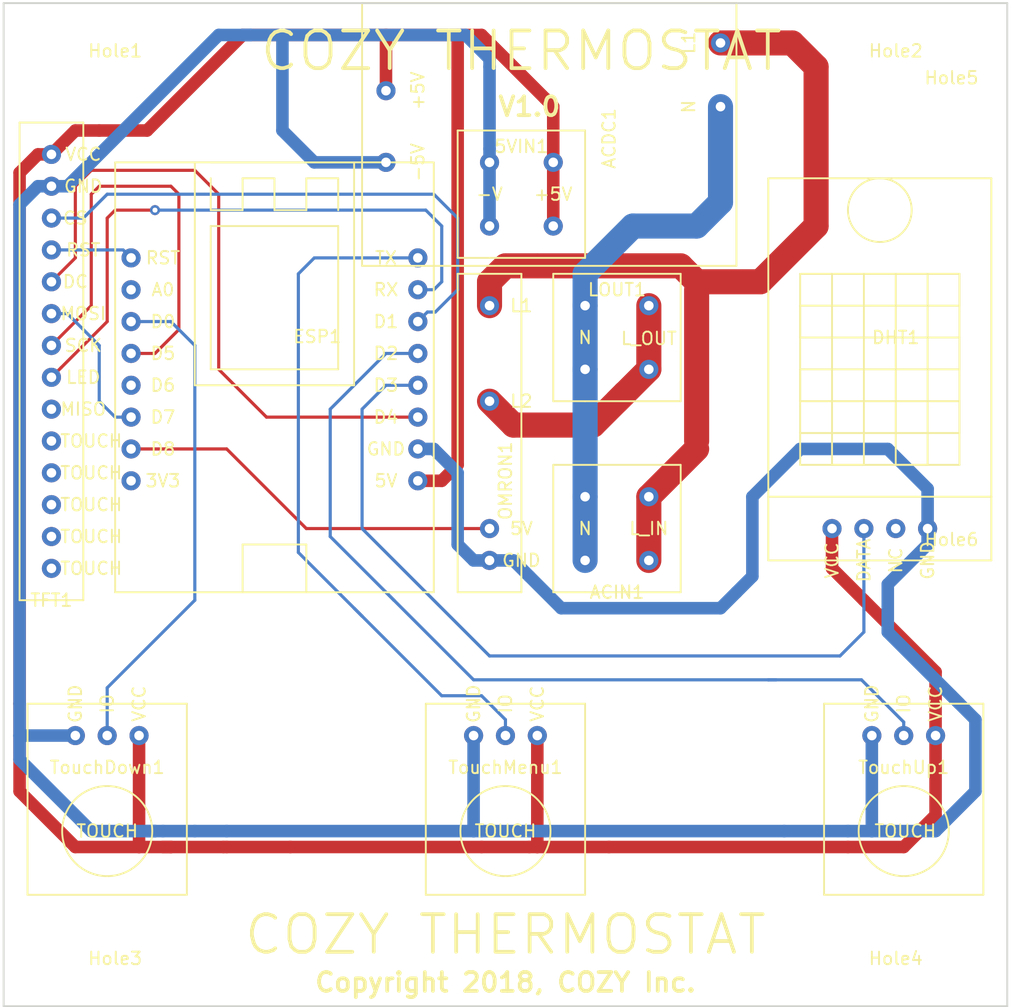
<source format=kicad_pcb>
(kicad_pcb (version 20171130) (host pcbnew "(5.0.1)-3")

  (general
    (thickness 1.6)
    (drawings 8)
    (tracks 214)
    (zones 0)
    (modules 17)
    (nets 27)
  )

  (page A4)
  (layers
    (0 F.Cu signal)
    (31 B.Cu signal)
    (32 B.Adhes user)
    (33 F.Adhes user)
    (34 B.Paste user)
    (35 F.Paste user)
    (36 B.SilkS user)
    (37 F.SilkS user)
    (38 B.Mask user)
    (39 F.Mask user)
    (40 Dwgs.User user)
    (41 Cmts.User user)
    (42 Eco1.User user)
    (43 Eco2.User user)
    (44 Edge.Cuts user)
    (45 Margin user)
    (46 B.CrtYd user)
    (47 F.CrtYd user)
    (48 B.Fab user)
    (49 F.Fab user)
  )

  (setup
    (last_trace_width 0.25)
    (trace_clearance 0.2)
    (zone_clearance 0.508)
    (zone_45_only no)
    (trace_min 0.2)
    (segment_width 0.2)
    (edge_width 0.15)
    (via_size 0.8)
    (via_drill 0.4)
    (via_min_size 0.4)
    (via_min_drill 0.3)
    (uvia_size 0.3)
    (uvia_drill 0.1)
    (uvias_allowed no)
    (uvia_min_size 0.2)
    (uvia_min_drill 0.1)
    (pcb_text_width 0.3)
    (pcb_text_size 1.5 1.5)
    (mod_edge_width 0.15)
    (mod_text_size 1 1)
    (mod_text_width 0.15)
    (pad_size 1.524 1.524)
    (pad_drill 0.762)
    (pad_to_mask_clearance 0.051)
    (solder_mask_min_width 0.25)
    (aux_axis_origin 0 0)
    (visible_elements 7FFFFFFF)
    (pcbplotparams
      (layerselection 0x010fc_ffffffff)
      (usegerberextensions false)
      (usegerberattributes false)
      (usegerberadvancedattributes false)
      (creategerberjobfile false)
      (excludeedgelayer true)
      (linewidth 0.100000)
      (plotframeref false)
      (viasonmask false)
      (mode 1)
      (useauxorigin false)
      (hpglpennumber 1)
      (hpglpenspeed 20)
      (hpglpendiameter 15.000000)
      (psnegative false)
      (psa4output false)
      (plotreference true)
      (plotvalue true)
      (plotinvisibletext false)
      (padsonsilk false)
      (subtractmaskfromsilk false)
      (outputformat 1)
      (mirror false)
      (drillshape 0)
      (scaleselection 1)
      (outputdirectory "ThermostatGerber/"))
  )

  (net 0 "")
  (net 1 "Net-(ESP1-Pad1)")
  (net 2 "Net-(ESP1-Pad2)")
  (net 3 "Net-(ESP1-Pad3)")
  (net 4 "Net-(ESP1-Pad4)")
  (net 5 "Net-(DHT1-Pad2)")
  (net 6 "Net-(ESP1-Pad6)")
  (net 7 "Net-(ESP1-Pad9)")
  (net 8 "Net-(ESP1-Pad10)")
  (net 9 "Net-(ESP1-Pad11)")
  (net 10 "Net-(ESP1-Pad12)")
  (net 11 "Net-(ESP1-Pad13)")
  (net 12 "Net-(ESP1-Pad14)")
  (net 13 "Net-(ESP1-Pad15)")
  (net 14 "Net-(ESP1-Pad16)")
  (net 15 "Net-(TFT1-Pad9)")
  (net 16 "Net-(TFT1-Pad10)")
  (net 17 "Net-(TFT1-Pad11)")
  (net 18 "Net-(TFT1-Pad12)")
  (net 19 "Net-(TFT1-Pad13)")
  (net 20 "Net-(TFT1-Pad14)")
  (net 21 "Net-(DHT1-Pad3)")
  (net 22 "Net-(5VIN1-Pad1)")
  (net 23 "Net-(5VIN1-Pad2)")
  (net 24 "Net-(LOUT1-Pad1)")
  (net 25 "Net-(ACDC1-Pad2)")
  (net 26 "Net-(ACDC1-Pad1)")

  (net_class Default "This is the default net class."
    (clearance 0.2)
    (trace_width 0.25)
    (via_dia 0.8)
    (via_drill 0.4)
    (uvia_dia 0.3)
    (uvia_drill 0.1)
    (add_net "Net-(5VIN1-Pad1)")
    (add_net "Net-(5VIN1-Pad2)")
    (add_net "Net-(ACDC1-Pad1)")
    (add_net "Net-(ACDC1-Pad2)")
    (add_net "Net-(DHT1-Pad2)")
    (add_net "Net-(DHT1-Pad3)")
    (add_net "Net-(ESP1-Pad1)")
    (add_net "Net-(ESP1-Pad10)")
    (add_net "Net-(ESP1-Pad11)")
    (add_net "Net-(ESP1-Pad12)")
    (add_net "Net-(ESP1-Pad13)")
    (add_net "Net-(ESP1-Pad14)")
    (add_net "Net-(ESP1-Pad15)")
    (add_net "Net-(ESP1-Pad16)")
    (add_net "Net-(ESP1-Pad2)")
    (add_net "Net-(ESP1-Pad3)")
    (add_net "Net-(ESP1-Pad4)")
    (add_net "Net-(ESP1-Pad6)")
    (add_net "Net-(ESP1-Pad9)")
    (add_net "Net-(LOUT1-Pad1)")
    (add_net "Net-(TFT1-Pad10)")
    (add_net "Net-(TFT1-Pad11)")
    (add_net "Net-(TFT1-Pad12)")
    (add_net "Net-(TFT1-Pad13)")
    (add_net "Net-(TFT1-Pad14)")
    (add_net "Net-(TFT1-Pad9)")
  )

  (module CUSTOMDEVICES:ACDC5VFOOT (layer F.Cu) (tedit 5BE80BD0) (tstamp 5BE8276D)
    (at 58.42 0 270)
    (path /5BE8364D)
    (fp_text reference ACDC1 (at 10.795 10.16 270) (layer F.SilkS)
      (effects (font (size 1 1) (thickness 0.15)))
    )
    (fp_text value ACDV5V (at 10.795 6.985 270) (layer F.Fab)
      (effects (font (size 1 1) (thickness 0.15)))
    )
    (fp_line (start 0 0) (end 20.955 0) (layer F.SilkS) (width 0.15))
    (fp_line (start 20.955 0) (end 20.955 29.845) (layer F.SilkS) (width 0.15))
    (fp_line (start 20.955 29.845) (end 0 29.845) (layer F.SilkS) (width 0.15))
    (fp_line (start 0 29.845) (end 0 0) (layer F.SilkS) (width 0.15))
    (fp_text user L1 (at 3.175 3.81 270) (layer F.SilkS)
      (effects (font (size 1 1) (thickness 0.15)))
    )
    (fp_text user N (at 8.255 3.81 270) (layer F.SilkS)
      (effects (font (size 1 1) (thickness 0.15)))
    )
    (fp_text user +5V (at 6.985 25.4 270) (layer F.SilkS)
      (effects (font (size 1 1) (thickness 0.15)))
    )
    (fp_text user -5V (at 12.7 25.4 270) (layer F.SilkS)
      (effects (font (size 1 1) (thickness 0.15)))
    )
    (pad 2 thru_hole circle (at 3.175 1.27 270) (size 1.524 1.524) (drill 0.762) (layers *.Cu *.Mask)
      (net 25 "Net-(ACDC1-Pad2)"))
    (pad 1 thru_hole circle (at 8.255 1.27 270) (size 1.524 1.524) (drill 0.762) (layers *.Cu *.Mask)
      (net 26 "Net-(ACDC1-Pad1)"))
    (pad 4 thru_hole circle (at 6.985 27.94 270) (size 1.524 1.524) (drill 0.762) (layers *.Cu *.Mask)
      (net 22 "Net-(5VIN1-Pad1)"))
    (pad 3 thru_hole circle (at 12.7 27.94 270) (size 1.524 1.524) (drill 0.762) (layers *.Cu *.Mask)
      (net 23 "Net-(5VIN1-Pad2)"))
  )

  (module MountingHole:MountingHole_3.2mm_M3 (layer F.Cu) (tedit 56D1B4CB) (tstamp 5BE81C72)
    (at 75.565 46.99)
    (descr "Mounting Hole 3.2mm, no annular, M3")
    (tags "mounting hole 3.2mm no annular m3")
    (path /5BE6F87E)
    (attr virtual)
    (fp_text reference Hole6 (at 0 -4.2) (layer F.SilkS)
      (effects (font (size 1 1) (thickness 0.15)))
    )
    (fp_text value MountingHole (at 0 4.2) (layer F.Fab)
      (effects (font (size 1 1) (thickness 0.15)))
    )
    (fp_circle (center 0 0) (end 3.45 0) (layer F.CrtYd) (width 0.05))
    (fp_circle (center 0 0) (end 3.2 0) (layer Cmts.User) (width 0.15))
    (fp_text user %R (at 0.3 0) (layer F.Fab)
      (effects (font (size 1 1) (thickness 0.15)))
    )
    (pad 1 np_thru_hole circle (at 0 0) (size 3.2 3.2) (drill 3.2) (layers *.Cu *.Mask))
  )

  (module MountingHole:MountingHole_3.2mm_M3 (layer F.Cu) (tedit 56D1B4CB) (tstamp 5BE81C6A)
    (at 75.565 10.16)
    (descr "Mounting Hole 3.2mm, no annular, M3")
    (tags "mounting hole 3.2mm no annular m3")
    (path /5BE6F82C)
    (attr virtual)
    (fp_text reference Hole5 (at 0 -4.2) (layer F.SilkS)
      (effects (font (size 1 1) (thickness 0.15)))
    )
    (fp_text value MountingHole (at 0 4.2) (layer F.Fab)
      (effects (font (size 1 1) (thickness 0.15)))
    )
    (fp_text user %R (at 0.3 0) (layer F.Fab)
      (effects (font (size 1 1) (thickness 0.15)))
    )
    (fp_circle (center 0 0) (end 3.2 0) (layer Cmts.User) (width 0.15))
    (fp_circle (center 0 0) (end 3.45 0) (layer F.CrtYd) (width 0.05))
    (pad 1 np_thru_hole circle (at 0 0) (size 3.2 3.2) (drill 3.2) (layers *.Cu *.Mask))
  )

  (module CUSTOMDEVICES:CAPTOUCHFOOT (layer F.Cu) (tedit 5BDAD53A) (tstamp 5BEA52CF)
    (at 71.755 63.5 180)
    (path /5BDC7E6F)
    (fp_text reference TouchUp1 (at 0 2.54 180) (layer F.SilkS)
      (effects (font (size 1 1) (thickness 0.15)))
    )
    (fp_text value CAPTOUCH (at 0 10.16 180) (layer F.Fab)
      (effects (font (size 1 1) (thickness 0.15)))
    )
    (fp_line (start -6.35 -7.62) (end 6.35 -7.62) (layer F.SilkS) (width 0.15))
    (fp_line (start 6.35 -7.62) (end 6.35 7.62) (layer F.SilkS) (width 0.15))
    (fp_line (start 6.35 7.62) (end -6.35 7.62) (layer F.SilkS) (width 0.15))
    (fp_line (start -6.35 7.62) (end -6.35 -7.62) (layer F.SilkS) (width 0.15))
    (fp_circle (center 0 -2.54) (end 2.54 0) (layer F.SilkS) (width 0.15))
    (fp_text user TOUCH (at -0.127 -2.54 180) (layer F.SilkS)
      (effects (font (size 1 1) (thickness 0.15)))
    )
    (fp_text user VCC (at -2.54 7.62 270) (layer F.SilkS)
      (effects (font (size 1 1) (thickness 0.15)))
    )
    (fp_text user IO (at 0 7.62 90) (layer F.SilkS)
      (effects (font (size 1 1) (thickness 0.15)))
    )
    (fp_text user GND (at 2.54 7.62 270) (layer F.SilkS)
      (effects (font (size 1 1) (thickness 0.15)))
    )
    (pad 1 thru_hole circle (at -2.54 5.08 180) (size 1.524 1.524) (drill 0.762) (layers *.Cu *.Mask)
      (net 22 "Net-(5VIN1-Pad1)"))
    (pad 2 thru_hole circle (at 0 5.08 180) (size 1.524 1.524) (drill 0.762) (layers *.Cu *.Mask)
      (net 4 "Net-(ESP1-Pad4)"))
    (pad 3 thru_hole circle (at 2.54 5.08 180) (size 1.524 1.524) (drill 0.762) (layers *.Cu *.Mask)
      (net 23 "Net-(5VIN1-Pad2)"))
  )

  (module CUSTOMDEVICES:WeMosD1Mini (layer F.Cu) (tedit 5BDDBA9E) (tstamp 5BEA5206)
    (at 21.59 30.48)
    (path /5BE01E75)
    (fp_text reference ESP1 (at 3.414999 -3.885001) (layer F.SilkS)
      (effects (font (size 1 1) (thickness 0.15)))
    )
    (fp_text value WEMOSD1MINI (at 0 -11.43) (layer F.Fab)
      (effects (font (size 1 1) (thickness 0.15)))
    )
    (fp_line (start -12.7 -17.78) (end 12.7 -17.78) (layer F.SilkS) (width 0.15))
    (fp_line (start 12.7 -17.78) (end 12.7 16.51) (layer F.SilkS) (width 0.15))
    (fp_line (start 12.7 16.51) (end -12.7 16.51) (layer F.SilkS) (width 0.15))
    (fp_line (start -12.7 16.51) (end -12.7 -17.78) (layer F.SilkS) (width 0.15))
    (fp_text user TX (at 8.89 -10.16) (layer F.SilkS)
      (effects (font (size 1 1) (thickness 0.15)))
    )
    (fp_text user RX (at 8.89 -7.62) (layer F.SilkS)
      (effects (font (size 1 1) (thickness 0.15)))
    )
    (fp_text user D1 (at 8.89 -5.08) (layer F.SilkS)
      (effects (font (size 1 1) (thickness 0.15)))
    )
    (fp_text user D2 (at 8.89 -2.54) (layer F.SilkS)
      (effects (font (size 1 1) (thickness 0.15)))
    )
    (fp_text user D3 (at 8.89 0) (layer F.SilkS)
      (effects (font (size 1 1) (thickness 0.15)))
    )
    (fp_text user D4 (at 8.89 2.54) (layer F.SilkS)
      (effects (font (size 1 1) (thickness 0.15)))
    )
    (fp_text user GND (at 8.89 5.08) (layer F.SilkS)
      (effects (font (size 1 1) (thickness 0.15)))
    )
    (fp_text user 5V (at 8.89 7.62) (layer F.SilkS)
      (effects (font (size 1 1) (thickness 0.15)))
    )
    (fp_text user RST (at -8.89 -10.16) (layer F.SilkS)
      (effects (font (size 1 1) (thickness 0.15)))
    )
    (fp_text user A0 (at -8.89 -7.62) (layer F.SilkS)
      (effects (font (size 1 1) (thickness 0.15)))
    )
    (fp_text user D0 (at -8.89 -5.08) (layer F.SilkS)
      (effects (font (size 1 1) (thickness 0.15)))
    )
    (fp_text user D5 (at -8.89 -2.54) (layer F.SilkS)
      (effects (font (size 1 1) (thickness 0.15)))
    )
    (fp_text user D6 (at -8.89 0) (layer F.SilkS)
      (effects (font (size 1 1) (thickness 0.15)))
    )
    (fp_text user D7 (at -8.89 2.54) (layer F.SilkS)
      (effects (font (size 1 1) (thickness 0.15)))
    )
    (fp_text user D8 (at -8.89 5.08) (layer F.SilkS)
      (effects (font (size 1 1) (thickness 0.15)))
    )
    (fp_text user 3V3 (at -8.89 7.62) (layer F.SilkS)
      (effects (font (size 1 1) (thickness 0.15)))
    )
    (fp_line (start -6.35 -17.78) (end -6.35 0) (layer F.SilkS) (width 0.15))
    (fp_line (start -6.35 0) (end 5.08 0) (layer F.SilkS) (width 0.15))
    (fp_line (start 5.08 0) (end 6.35 0) (layer F.SilkS) (width 0.15))
    (fp_line (start 6.35 0) (end 6.35 -17.78) (layer F.SilkS) (width 0.15))
    (fp_line (start 6.35 -17.78) (end -5.08 -17.78) (layer F.SilkS) (width 0.15))
    (fp_line (start -5.08 -11.43) (end -5.08 -1.27) (layer F.SilkS) (width 0.15))
    (fp_line (start -5.08 -1.27) (end 5.08 -1.27) (layer F.SilkS) (width 0.15))
    (fp_line (start 5.08 -1.27) (end 5.08 -12.7) (layer F.SilkS) (width 0.15))
    (fp_line (start 5.08 -12.7) (end -5.08 -12.7) (layer F.SilkS) (width 0.15))
    (fp_line (start -5.08 -12.7) (end -5.08 -11.43) (layer F.SilkS) (width 0.15))
    (fp_line (start 5.08 -13.97) (end 5.08 -16.51) (layer F.SilkS) (width 0.15))
    (fp_line (start 5.08 -16.51) (end 2.54 -16.51) (layer F.SilkS) (width 0.15))
    (fp_line (start 2.54 -16.51) (end 2.54 -13.97) (layer F.SilkS) (width 0.15))
    (fp_line (start 2.54 -13.97) (end 0 -13.97) (layer F.SilkS) (width 0.15))
    (fp_line (start 0 -13.97) (end 0 -16.51) (layer F.SilkS) (width 0.15))
    (fp_line (start 0 -16.51) (end -2.54 -16.51) (layer F.SilkS) (width 0.15))
    (fp_line (start -2.54 -16.51) (end -2.54 -13.97) (layer F.SilkS) (width 0.15))
    (fp_line (start -2.54 -13.97) (end -5.08 -13.97) (layer F.SilkS) (width 0.15))
    (fp_line (start -5.08 -13.97) (end -5.08 -16.51) (layer F.SilkS) (width 0.15))
    (fp_line (start -2.54 16.51) (end -2.54 12.7) (layer F.SilkS) (width 0.15))
    (fp_line (start -2.54 12.7) (end 2.54 12.7) (layer F.SilkS) (width 0.15))
    (fp_line (start 2.54 12.7) (end 2.54 16.51) (layer F.SilkS) (width 0.15))
    (pad 1 thru_hole circle (at 11.43 -10.16) (size 1.524 1.524) (drill 0.762) (layers *.Cu *.Mask)
      (net 1 "Net-(ESP1-Pad1)"))
    (pad 2 thru_hole circle (at 11.43 -7.62) (size 1.524 1.524) (drill 0.762) (layers *.Cu *.Mask)
      (net 2 "Net-(ESP1-Pad2)"))
    (pad 3 thru_hole circle (at 11.43 -5.08) (size 1.524 1.524) (drill 0.762) (layers *.Cu *.Mask)
      (net 3 "Net-(ESP1-Pad3)"))
    (pad 4 thru_hole circle (at 11.43 -2.54) (size 1.524 1.524) (drill 0.762) (layers *.Cu *.Mask)
      (net 4 "Net-(ESP1-Pad4)"))
    (pad 5 thru_hole circle (at 11.43 0) (size 1.524 1.524) (drill 0.762) (layers *.Cu *.Mask)
      (net 5 "Net-(DHT1-Pad2)"))
    (pad 6 thru_hole circle (at 11.43 2.54) (size 1.524 1.524) (drill 0.762) (layers *.Cu *.Mask)
      (net 6 "Net-(ESP1-Pad6)"))
    (pad 7 thru_hole circle (at 11.43 5.08) (size 1.524 1.524) (drill 0.762) (layers *.Cu *.Mask)
      (net 23 "Net-(5VIN1-Pad2)"))
    (pad 8 thru_hole circle (at 11.43 7.62) (size 1.524 1.524) (drill 0.762) (layers *.Cu *.Mask)
      (net 22 "Net-(5VIN1-Pad1)"))
    (pad 9 thru_hole circle (at -11.43 -10.16) (size 1.524 1.524) (drill 0.762) (layers *.Cu *.Mask)
      (net 7 "Net-(ESP1-Pad9)"))
    (pad 10 thru_hole circle (at -11.43 -7.62) (size 1.524 1.524) (drill 0.762) (layers *.Cu *.Mask)
      (net 8 "Net-(ESP1-Pad10)"))
    (pad 11 thru_hole circle (at -11.43 -5.08) (size 1.524 1.524) (drill 0.762) (layers *.Cu *.Mask)
      (net 9 "Net-(ESP1-Pad11)"))
    (pad 12 thru_hole circle (at -11.43 -2.54) (size 1.524 1.524) (drill 0.762) (layers *.Cu *.Mask)
      (net 10 "Net-(ESP1-Pad12)"))
    (pad 13 thru_hole circle (at -11.43 0) (size 1.524 1.524) (drill 0.762) (layers *.Cu *.Mask)
      (net 11 "Net-(ESP1-Pad13)"))
    (pad 14 thru_hole circle (at -11.43 2.54) (size 1.524 1.524) (drill 0.762) (layers *.Cu *.Mask)
      (net 12 "Net-(ESP1-Pad14)"))
    (pad 15 thru_hole circle (at -11.43 5.08) (size 1.524 1.524) (drill 0.762) (layers *.Cu *.Mask)
      (net 13 "Net-(ESP1-Pad15)"))
    (pad 16 thru_hole circle (at -11.43 7.62) (size 1.524 1.524) (drill 0.762) (layers *.Cu *.Mask)
      (net 14 "Net-(ESP1-Pad16)"))
  )

  (module MountingHole:MountingHole_3.2mm_M3 (layer F.Cu) (tedit 56D1B4CB) (tstamp 5BEA6FDF)
    (at 76.2 76.2)
    (descr "Mounting Hole 3.2mm, no annular, M3")
    (tags "mounting hole 3.2mm no annular m3")
    (path /5BE259D8)
    (attr virtual)
    (fp_text reference Hole4 (at -5.08 0) (layer F.SilkS)
      (effects (font (size 1 1) (thickness 0.15)))
    )
    (fp_text value MountingHole (at -1.905 -3.81) (layer F.Fab)
      (effects (font (size 1 1) (thickness 0.15)))
    )
    (fp_circle (center 0 0) (end 3.45 0) (layer F.CrtYd) (width 0.05))
    (fp_circle (center 0 0) (end 3.2 0) (layer Cmts.User) (width 0.15))
    (fp_text user %R (at 0.3 0) (layer F.Fab)
      (effects (font (size 1 1) (thickness 0.15)))
    )
    (pad 1 np_thru_hole circle (at 0 0) (size 3.2 3.2) (drill 3.2) (layers *.Cu *.Mask))
  )

  (module MountingHole:MountingHole_3.2mm_M3 (layer F.Cu) (tedit 56D1B4CB) (tstamp 5BEA6FD7)
    (at 3.81 76.2)
    (descr "Mounting Hole 3.2mm, no annular, M3")
    (tags "mounting hole 3.2mm no annular m3")
    (path /5BE25A71)
    (attr virtual)
    (fp_text reference Hole3 (at 5.08 0) (layer F.SilkS)
      (effects (font (size 1 1) (thickness 0.15)))
    )
    (fp_text value MountingHole (at 1.27 -3.81) (layer F.Fab)
      (effects (font (size 1 1) (thickness 0.15)))
    )
    (fp_text user %R (at 0.3 0) (layer F.Fab)
      (effects (font (size 1 1) (thickness 0.15)))
    )
    (fp_circle (center 0 0) (end 3.2 0) (layer Cmts.User) (width 0.15))
    (fp_circle (center 0 0) (end 3.45 0) (layer F.CrtYd) (width 0.05))
    (pad 1 np_thru_hole circle (at 0 0) (size 3.2 3.2) (drill 3.2) (layers *.Cu *.Mask))
  )

  (module MountingHole:MountingHole_3.2mm_M3 (layer F.Cu) (tedit 56D1B4CB) (tstamp 5BEA6FCF)
    (at 76.2 3.81)
    (descr "Mounting Hole 3.2mm, no annular, M3")
    (tags "mounting hole 3.2mm no annular m3")
    (path /5BE25A15)
    (attr virtual)
    (fp_text reference Hole2 (at -5.08 0) (layer F.SilkS)
      (effects (font (size 1 1) (thickness 0.15)))
    )
    (fp_text value MountingHole (at 0 4.2) (layer F.Fab)
      (effects (font (size 1 1) (thickness 0.15)))
    )
    (fp_circle (center 0 0) (end 3.45 0) (layer F.CrtYd) (width 0.05))
    (fp_circle (center 0 0) (end 3.2 0) (layer Cmts.User) (width 0.15))
    (fp_text user %R (at 0 2.54) (layer F.Fab)
      (effects (font (size 1 1) (thickness 0.15)))
    )
    (pad 1 np_thru_hole circle (at 0 0) (size 3.2 3.2) (drill 3.2) (layers *.Cu *.Mask))
  )

  (module MountingHole:MountingHole_3.2mm_M3 (layer F.Cu) (tedit 56D1B4CB) (tstamp 5BEA6FC7)
    (at 3.81 3.81)
    (descr "Mounting Hole 3.2mm, no annular, M3")
    (tags "mounting hole 3.2mm no annular m3")
    (path /5BE258DF)
    (attr virtual)
    (fp_text reference Hole1 (at 5.08 0) (layer F.SilkS)
      (effects (font (size 1 1) (thickness 0.15)))
    )
    (fp_text value MountingHole (at 1.27 4.2) (layer F.Fab)
      (effects (font (size 1 1) (thickness 0.15)))
    )
    (fp_text user %R (at 0.3 0) (layer F.Fab)
      (effects (font (size 1 1) (thickness 0.15)))
    )
    (fp_circle (center 0 0) (end 3.2 0) (layer Cmts.User) (width 0.15))
    (fp_circle (center 0 0) (end 3.45 0) (layer F.CrtYd) (width 0.05))
    (pad 1 np_thru_hole circle (at 0 0) (size 3.2 3.2) (drill 3.2) (layers *.Cu *.Mask))
  )

  (module CUSTOMDEVICES:DHT22FOOT (layer F.Cu) (tedit 5BD98E77) (tstamp 5BEA529F)
    (at 71.12 29.21)
    (path /5BDC7DEF)
    (fp_text reference DHT1 (at 0 -2.54) (layer F.SilkS)
      (effects (font (size 1 1) (thickness 0.15)))
    )
    (fp_text value DHT22 (at 0 -0.5) (layer F.Fab)
      (effects (font (size 1 1) (thickness 0.15)))
    )
    (fp_line (start -10.16 -15.24) (end 7.62 -15.24) (layer F.SilkS) (width 0.15))
    (fp_line (start 7.62 -15.24) (end 7.62 10.16) (layer F.SilkS) (width 0.15))
    (fp_line (start 7.62 10.16) (end -10.16 10.16) (layer F.SilkS) (width 0.15))
    (fp_line (start -10.16 10.16) (end -10.16 -15.24) (layer F.SilkS) (width 0.15))
    (fp_line (start -10.16 10.16) (end -10.16 15.24) (layer F.SilkS) (width 0.15))
    (fp_line (start -10.16 15.24) (end 7.62 15.24) (layer F.SilkS) (width 0.15))
    (fp_line (start 7.62 15.24) (end 7.62 10.16) (layer F.SilkS) (width 0.15))
    (fp_circle (center -1.27 -12.7) (end -1.27 -10.16) (layer F.SilkS) (width 0.15))
    (fp_line (start -7.62 -7.62) (end 5.08 -7.62) (layer F.SilkS) (width 0.15))
    (fp_line (start 5.08 -7.62) (end 5.08 -5.08) (layer F.SilkS) (width 0.15))
    (fp_line (start 5.08 -5.08) (end -7.62 -5.08) (layer F.SilkS) (width 0.15))
    (fp_line (start -7.62 -5.08) (end -7.62 -2.54) (layer F.SilkS) (width 0.15))
    (fp_line (start -7.62 -2.54) (end 5.08 -2.54) (layer F.SilkS) (width 0.15))
    (fp_line (start 5.08 -2.54) (end 5.08 0) (layer F.SilkS) (width 0.15))
    (fp_line (start 5.08 0) (end -7.62 0) (layer F.SilkS) (width 0.15))
    (fp_line (start -7.62 0) (end -7.62 2.54) (layer F.SilkS) (width 0.15))
    (fp_line (start -7.62 2.54) (end 5.08 2.54) (layer F.SilkS) (width 0.15))
    (fp_line (start 5.08 2.54) (end 5.08 5.08) (layer F.SilkS) (width 0.15))
    (fp_line (start 5.08 5.08) (end -7.62 5.08) (layer F.SilkS) (width 0.15))
    (fp_line (start -7.62 5.08) (end -7.62 7.62) (layer F.SilkS) (width 0.15))
    (fp_line (start -7.62 7.62) (end 5.08 7.62) (layer F.SilkS) (width 0.15))
    (fp_line (start 5.08 7.62) (end 5.08 -7.62) (layer F.SilkS) (width 0.15))
    (fp_line (start 5.08 -7.62) (end -7.62 -7.62) (layer F.SilkS) (width 0.15))
    (fp_line (start -7.62 -7.62) (end -7.62 5.08) (layer F.SilkS) (width 0.15))
    (fp_line (start -5.08 -7.62) (end -5.08 7.62) (layer F.SilkS) (width 0.15))
    (fp_line (start -5.08 7.62) (end -2.54 7.62) (layer F.SilkS) (width 0.15))
    (fp_line (start -2.54 7.62) (end -2.54 -7.62) (layer F.SilkS) (width 0.15))
    (fp_line (start -2.54 -7.62) (end 0 -7.62) (layer F.SilkS) (width 0.15))
    (fp_line (start 0 -7.62) (end 0 7.62) (layer F.SilkS) (width 0.15))
    (fp_line (start 0 7.62) (end 2.54 7.62) (layer F.SilkS) (width 0.15))
    (fp_line (start 2.54 7.62) (end 2.54 -7.62) (layer F.SilkS) (width 0.15))
    (fp_text user VCC (at -5.08 15.24 90) (layer F.SilkS)
      (effects (font (size 1 1) (thickness 0.15)))
    )
    (fp_text user DATA (at -2.54 15.24 90) (layer F.SilkS)
      (effects (font (size 1 1) (thickness 0.15)))
    )
    (fp_text user NC (at 0 15.24 90) (layer F.SilkS)
      (effects (font (size 1 1) (thickness 0.15)))
    )
    (fp_text user GND (at 2.54 15.24 90) (layer F.SilkS)
      (effects (font (size 1 1) (thickness 0.15)))
    )
    (pad 1 thru_hole circle (at -5.08 12.7) (size 1.524 1.524) (drill 0.762) (layers *.Cu *.Mask)
      (net 22 "Net-(5VIN1-Pad1)"))
    (pad 2 thru_hole circle (at -2.54 12.7) (size 1.524 1.524) (drill 0.762) (layers *.Cu *.Mask)
      (net 5 "Net-(DHT1-Pad2)"))
    (pad 3 thru_hole circle (at 0 12.7) (size 1.524 1.524) (drill 0.762) (layers *.Cu *.Mask)
      (net 21 "Net-(DHT1-Pad3)"))
    (pad 4 thru_hole circle (at 2.54 12.7) (size 1.524 1.524) (drill 0.762) (layers *.Cu *.Mask)
      (net 23 "Net-(5VIN1-Pad2)"))
  )

  (module CUSTOMDEVICES:SCREWLESSTERMINAL504MM (layer F.Cu) (tedit 5BE0B1E9) (tstamp 5BE6CEBF)
    (at 46.355 26.67 180)
    (path /5BDF28B5)
    (fp_text reference LOUT1 (at -2.54 3.81 180) (layer F.SilkS)
      (effects (font (size 1 1) (thickness 0.15)))
    )
    (fp_text value SCREWLESSTERM5MM (at 0 -7.62 180) (layer F.Fab)
      (effects (font (size 1 1) (thickness 0.15)))
    )
    (fp_line (start 0 -5.08) (end -7.62 -5.08) (layer F.SilkS) (width 0.15))
    (fp_line (start -7.62 -5.08) (end -7.62 5.08) (layer F.SilkS) (width 0.15))
    (fp_line (start -7.62 5.08) (end 2.54 5.08) (layer F.SilkS) (width 0.15))
    (fp_line (start 2.54 5.08) (end 2.54 -5.08) (layer F.SilkS) (width 0.15))
    (fp_line (start 2.54 -5.08) (end 0 -5.08) (layer F.SilkS) (width 0.15))
    (fp_text user L_OUT (at -5.08 -0.075001 180) (layer F.SilkS)
      (effects (font (size 1 1) (thickness 0.15)))
    )
    (fp_text user N (at 0 0 180) (layer F.SilkS)
      (effects (font (size 1 1) (thickness 0.15)))
    )
    (pad 2 thru_hole circle (at 0 -2.54 180) (size 1.524 1.524) (drill 0.762) (layers *.Cu *.Mask)
      (net 26 "Net-(ACDC1-Pad1)"))
    (pad 2 thru_hole circle (at 0 2.54 180) (size 1.524 1.524) (drill 0.762) (layers *.Cu *.Mask)
      (net 26 "Net-(ACDC1-Pad1)"))
    (pad 1 thru_hole circle (at -5.08 -2.54 180) (size 1.524 1.524) (drill 0.762) (layers *.Cu *.Mask)
      (net 24 "Net-(LOUT1-Pad1)"))
    (pad 1 thru_hole circle (at -5.08 2.54 180) (size 1.524 1.524) (drill 0.762) (layers *.Cu *.Mask)
      (net 24 "Net-(LOUT1-Pad1)"))
  )

  (module CUSTOMDEVICES:SCREWLESSTERMINAL504MM (layer F.Cu) (tedit 5BE0B1D9) (tstamp 5BEA5B3E)
    (at 46.355 41.91 180)
    (path /5BDF2AEE)
    (fp_text reference ACIN1 (at -2.54 -5.08 180) (layer F.SilkS)
      (effects (font (size 1 1) (thickness 0.15)))
    )
    (fp_text value SCREWLESSTERM5MM (at 0 -7.62 180) (layer F.Fab)
      (effects (font (size 1 1) (thickness 0.15)))
    )
    (fp_text user N (at 0 0 180) (layer F.SilkS)
      (effects (font (size 1 1) (thickness 0.15)))
    )
    (fp_text user L_IN (at -5.08 0 180) (layer F.SilkS)
      (effects (font (size 1 1) (thickness 0.15)))
    )
    (fp_line (start 2.54 -5.08) (end 0 -5.08) (layer F.SilkS) (width 0.15))
    (fp_line (start 2.54 5.08) (end 2.54 -5.08) (layer F.SilkS) (width 0.15))
    (fp_line (start -7.62 5.08) (end 2.54 5.08) (layer F.SilkS) (width 0.15))
    (fp_line (start -7.62 -5.08) (end -7.62 5.08) (layer F.SilkS) (width 0.15))
    (fp_line (start 0 -5.08) (end -7.62 -5.08) (layer F.SilkS) (width 0.15))
    (pad 1 thru_hole circle (at -5.08 2.54 180) (size 1.524 1.524) (drill 0.762) (layers *.Cu *.Mask)
      (net 25 "Net-(ACDC1-Pad2)"))
    (pad 1 thru_hole circle (at -5.08 -2.54 180) (size 1.524 1.524) (drill 0.762) (layers *.Cu *.Mask)
      (net 25 "Net-(ACDC1-Pad2)"))
    (pad 2 thru_hole circle (at 0 2.54 180) (size 1.524 1.524) (drill 0.762) (layers *.Cu *.Mask)
      (net 26 "Net-(ACDC1-Pad1)"))
    (pad 2 thru_hole circle (at 0 -2.54 180) (size 1.524 1.524) (drill 0.762) (layers *.Cu *.Mask)
      (net 26 "Net-(ACDC1-Pad1)"))
  )

  (module CUSTOMDEVICES:SCREWLESSTERMINAL504MM (layer F.Cu) (tedit 5BE0B256) (tstamp 5BEA5B2F)
    (at 38.735 15.24 180)
    (path /5BDE51A2)
    (fp_text reference 5VIN1 (at -2.54 3.81 180) (layer F.SilkS)
      (effects (font (size 1 1) (thickness 0.15)))
    )
    (fp_text value SCREWLESSTERM5MM (at 0 -7.62 180) (layer F.Fab)
      (effects (font (size 1 1) (thickness 0.15)))
    )
    (fp_line (start 0 -5.08) (end -7.62 -5.08) (layer F.SilkS) (width 0.15))
    (fp_line (start -7.62 -5.08) (end -7.62 5.08) (layer F.SilkS) (width 0.15))
    (fp_line (start -7.62 5.08) (end 2.54 5.08) (layer F.SilkS) (width 0.15))
    (fp_line (start 2.54 5.08) (end 2.54 -5.08) (layer F.SilkS) (width 0.15))
    (fp_line (start 2.54 -5.08) (end 0 -5.08) (layer F.SilkS) (width 0.15))
    (fp_text user +5V (at -5.08 0 180) (layer F.SilkS)
      (effects (font (size 1 1) (thickness 0.15)))
    )
    (fp_text user -V (at 0 0 180) (layer F.SilkS)
      (effects (font (size 1 1) (thickness 0.15)))
    )
    (pad 2 thru_hole circle (at 0 -2.54 180) (size 1.524 1.524) (drill 0.762) (layers *.Cu *.Mask)
      (net 23 "Net-(5VIN1-Pad2)"))
    (pad 2 thru_hole circle (at 0 2.54 180) (size 1.524 1.524) (drill 0.762) (layers *.Cu *.Mask)
      (net 23 "Net-(5VIN1-Pad2)"))
    (pad 1 thru_hole circle (at -5.08 -2.54 180) (size 1.524 1.524) (drill 0.762) (layers *.Cu *.Mask)
      (net 22 "Net-(5VIN1-Pad1)"))
    (pad 1 thru_hole circle (at -5.08 2.54 180) (size 1.524 1.524) (drill 0.762) (layers *.Cu *.Mask)
      (net 22 "Net-(5VIN1-Pad1)"))
  )

  (module CUSTOMDEVICES:CAPTOUCHFOOT (layer F.Cu) (tedit 5BDAD53A) (tstamp 5BEA52BF)
    (at 40.005 63.5 180)
    (path /5BDC7EA6)
    (fp_text reference TouchMenu1 (at 0 2.54 180) (layer F.SilkS)
      (effects (font (size 1 1) (thickness 0.15)))
    )
    (fp_text value CAPTOUCH (at 0 10.795 180) (layer F.Fab)
      (effects (font (size 1 1) (thickness 0.15)))
    )
    (fp_text user GND (at 2.54 7.62 270) (layer F.SilkS)
      (effects (font (size 1 1) (thickness 0.15)))
    )
    (fp_text user IO (at 0 7.62 90) (layer F.SilkS)
      (effects (font (size 1 1) (thickness 0.15)))
    )
    (fp_text user VCC (at -2.54 7.62 270) (layer F.SilkS)
      (effects (font (size 1 1) (thickness 0.15)))
    )
    (fp_text user TOUCH (at 0 -2.54 180) (layer F.SilkS)
      (effects (font (size 1 1) (thickness 0.15)))
    )
    (fp_circle (center 0 -2.54) (end 2.54 0) (layer F.SilkS) (width 0.15))
    (fp_line (start -6.35 7.62) (end -6.35 -7.62) (layer F.SilkS) (width 0.15))
    (fp_line (start 6.35 7.62) (end -6.35 7.62) (layer F.SilkS) (width 0.15))
    (fp_line (start 6.35 -7.62) (end 6.35 7.62) (layer F.SilkS) (width 0.15))
    (fp_line (start -6.35 -7.62) (end 6.35 -7.62) (layer F.SilkS) (width 0.15))
    (pad 3 thru_hole circle (at 2.54 5.08 180) (size 1.524 1.524) (drill 0.762) (layers *.Cu *.Mask)
      (net 23 "Net-(5VIN1-Pad2)"))
    (pad 2 thru_hole circle (at 0 5.08 180) (size 1.524 1.524) (drill 0.762) (layers *.Cu *.Mask)
      (net 1 "Net-(ESP1-Pad1)"))
    (pad 1 thru_hole circle (at -2.54 5.08 180) (size 1.524 1.524) (drill 0.762) (layers *.Cu *.Mask)
      (net 22 "Net-(5VIN1-Pad1)"))
  )

  (module CUSTOMDEVICES:CAPTOUCHFOOT (layer F.Cu) (tedit 5BDAD53A) (tstamp 5BEA52AF)
    (at 8.255 63.5 180)
    (path /5BDC7ED6)
    (fp_text reference TouchDown1 (at 0 2.54 180) (layer F.SilkS)
      (effects (font (size 1 1) (thickness 0.15)))
    )
    (fp_text value CAPTOUCH (at 0 10.16 180) (layer F.Fab)
      (effects (font (size 1 1) (thickness 0.15)))
    )
    (fp_line (start -6.35 -7.62) (end 6.35 -7.62) (layer F.SilkS) (width 0.15))
    (fp_line (start 6.35 -7.62) (end 6.35 7.62) (layer F.SilkS) (width 0.15))
    (fp_line (start 6.35 7.62) (end -6.35 7.62) (layer F.SilkS) (width 0.15))
    (fp_line (start -6.35 7.62) (end -6.35 -7.62) (layer F.SilkS) (width 0.15))
    (fp_circle (center 0 -2.54) (end 2.54 0) (layer F.SilkS) (width 0.15))
    (fp_text user TOUCH (at 0 -2.54 180) (layer F.SilkS)
      (effects (font (size 1 1) (thickness 0.15)))
    )
    (fp_text user VCC (at -2.54 7.62 270) (layer F.SilkS)
      (effects (font (size 1 1) (thickness 0.15)))
    )
    (fp_text user IO (at 0 7.62 90) (layer F.SilkS)
      (effects (font (size 1 1) (thickness 0.15)))
    )
    (fp_text user GND (at 2.54 7.62 270) (layer F.SilkS)
      (effects (font (size 1 1) (thickness 0.15)))
    )
    (pad 1 thru_hole circle (at -2.54 5.08 180) (size 1.524 1.524) (drill 0.762) (layers *.Cu *.Mask)
      (net 22 "Net-(5VIN1-Pad1)"))
    (pad 2 thru_hole circle (at 0 5.08 180) (size 1.524 1.524) (drill 0.762) (layers *.Cu *.Mask)
      (net 9 "Net-(ESP1-Pad11)"))
    (pad 3 thru_hole circle (at 2.54 5.08 180) (size 1.524 1.524) (drill 0.762) (layers *.Cu *.Mask)
      (net 23 "Net-(5VIN1-Pad2)"))
  )

  (module CUSTOMDEVICES:ILI9341TFTFOOT (layer F.Cu) (tedit 5BD98B10) (tstamp 5BEA5274)
    (at 6.35 29.845 180)
    (path /5BDE4A2A)
    (fp_text reference TFT1 (at 2.54 -17.78 180) (layer F.SilkS)
      (effects (font (size 1 1) (thickness 0.15)))
    )
    (fp_text value ILI9341TFT (at 2.54 -20.32 180) (layer F.Fab)
      (effects (font (size 1 1) (thickness 0.15)))
    )
    (fp_line (start 5.08 -17.78) (end 5.08 20.32) (layer F.SilkS) (width 0.15))
    (fp_line (start 5.08 20.32) (end 0 20.32) (layer F.SilkS) (width 0.15))
    (fp_line (start 0 20.32) (end 0 -17.78) (layer F.SilkS) (width 0.15))
    (fp_line (start 5.08 -17.78) (end 0 -17.78) (layer F.SilkS) (width 0.15))
    (fp_text user VCC (at 0 17.78 180) (layer F.SilkS)
      (effects (font (size 1 1) (thickness 0.15)))
    )
    (fp_text user GND (at 0 15.24 180) (layer F.SilkS)
      (effects (font (size 1 1) (thickness 0.15)))
    )
    (fp_text user CS (at 0.635 12.7 180) (layer F.SilkS)
      (effects (font (size 1 1) (thickness 0.15)))
    )
    (fp_text user RST (at 0 10.16 180) (layer F.SilkS)
      (effects (font (size 1 1) (thickness 0.15)))
    )
    (fp_text user DC (at 0.635 7.62 180) (layer F.SilkS)
      (effects (font (size 1 1) (thickness 0.15)))
    )
    (fp_text user MOSI (at 0 5.08 180) (layer F.SilkS)
      (effects (font (size 1 1) (thickness 0.15)))
    )
    (fp_text user SCK (at 0 2.54 180) (layer F.SilkS)
      (effects (font (size 1 1) (thickness 0.15)))
    )
    (fp_text user LED (at 0 0 180) (layer F.SilkS)
      (effects (font (size 1 1) (thickness 0.15)))
    )
    (fp_text user MISO (at 0 -2.54 180) (layer F.SilkS)
      (effects (font (size 1 1) (thickness 0.15)))
    )
    (fp_text user TOUCH (at -0.635 -5.08 180) (layer F.SilkS)
      (effects (font (size 1 1) (thickness 0.15)))
    )
    (fp_text user TOUCH (at -0.635 -7.62 180) (layer F.SilkS)
      (effects (font (size 1 1) (thickness 0.15)))
    )
    (fp_text user TOUCH (at -0.635 -10.16 180) (layer F.SilkS)
      (effects (font (size 1 1) (thickness 0.15)))
    )
    (fp_text user TOUCH (at -0.635 -12.7 180) (layer F.SilkS)
      (effects (font (size 1 1) (thickness 0.15)))
    )
    (fp_text user TOUCH (at -0.635 -15.24 180) (layer F.SilkS)
      (effects (font (size 1 1) (thickness 0.15)))
    )
    (pad 1 thru_hole circle (at 2.54 17.78 180) (size 1.524 1.524) (drill 0.762) (layers *.Cu *.Mask)
      (net 22 "Net-(5VIN1-Pad1)"))
    (pad 2 thru_hole circle (at 2.54 15.24 180) (size 1.524 1.524) (drill 0.762) (layers *.Cu *.Mask)
      (net 23 "Net-(5VIN1-Pad2)"))
    (pad 3 thru_hole circle (at 2.54 12.7 180) (size 1.524 1.524) (drill 0.762) (layers *.Cu *.Mask)
      (net 3 "Net-(ESP1-Pad3)"))
    (pad 4 thru_hole circle (at 2.54 10.16 180) (size 1.524 1.524) (drill 0.762) (layers *.Cu *.Mask)
      (net 7 "Net-(ESP1-Pad9)"))
    (pad 5 thru_hole circle (at 2.54 7.62 180) (size 1.524 1.524) (drill 0.762) (layers *.Cu *.Mask)
      (net 6 "Net-(ESP1-Pad6)"))
    (pad 6 thru_hole circle (at 2.54 5.08 180) (size 1.524 1.524) (drill 0.762) (layers *.Cu *.Mask)
      (net 12 "Net-(ESP1-Pad14)"))
    (pad 7 thru_hole circle (at 2.54 2.54 180) (size 1.524 1.524) (drill 0.762) (layers *.Cu *.Mask)
      (net 10 "Net-(ESP1-Pad12)"))
    (pad 8 thru_hole circle (at 2.54 0 180) (size 1.524 1.524) (drill 0.762) (layers *.Cu *.Mask)
      (net 2 "Net-(ESP1-Pad2)"))
    (pad 9 thru_hole circle (at 2.54 -2.54 180) (size 1.524 1.524) (drill 0.762) (layers *.Cu *.Mask)
      (net 15 "Net-(TFT1-Pad9)"))
    (pad 10 thru_hole circle (at 2.54 -5.08 180) (size 1.524 1.524) (drill 0.762) (layers *.Cu *.Mask)
      (net 16 "Net-(TFT1-Pad10)"))
    (pad 11 thru_hole circle (at 2.54 -7.62 180) (size 1.524 1.524) (drill 0.762) (layers *.Cu *.Mask)
      (net 17 "Net-(TFT1-Pad11)"))
    (pad 12 thru_hole circle (at 2.54 -10.16 180) (size 1.524 1.524) (drill 0.762) (layers *.Cu *.Mask)
      (net 18 "Net-(TFT1-Pad12)"))
    (pad 13 thru_hole circle (at 2.54 -12.7 180) (size 1.524 1.524) (drill 0.762) (layers *.Cu *.Mask)
      (net 19 "Net-(TFT1-Pad13)"))
    (pad 14 thru_hole circle (at 2.54 -15.24 180) (size 1.524 1.524) (drill 0.762) (layers *.Cu *.Mask)
      (net 20 "Net-(TFT1-Pad14)"))
  )

  (module CUSTOMDEVICES:OMRON_G3MB202P_FOOT (layer F.Cu) (tedit 5BDAD82A) (tstamp 5BEA73DE)
    (at 38.735 34.29)
    (path /5BDE4B56)
    (fp_text reference OMRON1 (at 1.27 3.81 90) (layer F.SilkS)
      (effects (font (size 1 1) (thickness 0.15)))
    )
    (fp_text value OMRON_G3MB202P (at -1.27 1.27 90) (layer F.Fab)
      (effects (font (size 1 1) (thickness 0.15)))
    )
    (fp_line (start -2.54 -12.7) (end -2.54 12.7) (layer F.SilkS) (width 0.15))
    (fp_line (start -2.54 12.7) (end 2.54 12.7) (layer F.SilkS) (width 0.15))
    (fp_line (start 2.54 12.7) (end 2.54 -12.7) (layer F.SilkS) (width 0.15))
    (fp_line (start 2.54 -12.7) (end -2.54 -12.7) (layer F.SilkS) (width 0.15))
    (fp_text user L1 (at 2.54 -10.16) (layer F.SilkS)
      (effects (font (size 1 1) (thickness 0.15)))
    )
    (fp_text user L2 (at 2.54 -2.54) (layer F.SilkS)
      (effects (font (size 1 1) (thickness 0.15)))
    )
    (fp_text user 5V (at 2.54 7.62) (layer F.SilkS)
      (effects (font (size 1 1) (thickness 0.15)))
    )
    (fp_text user GND (at 2.54 10.16) (layer F.SilkS)
      (effects (font (size 1 1) (thickness 0.15)))
    )
    (pad 1 thru_hole circle (at 0 -10.16) (size 1.524 1.524) (drill 0.762) (layers *.Cu *.Mask)
      (net 25 "Net-(ACDC1-Pad2)"))
    (pad 2 thru_hole circle (at 0 -2.54) (size 1.524 1.524) (drill 0.762) (layers *.Cu *.Mask)
      (net 24 "Net-(LOUT1-Pad1)"))
    (pad 3 thru_hole circle (at 0 7.62) (size 1.524 1.524) (drill 0.762) (layers *.Cu *.Mask)
      (net 13 "Net-(ESP1-Pad15)"))
    (pad 4 thru_hole circle (at 0 10.16) (size 1.524 1.524) (drill 0.762) (layers *.Cu *.Mask)
      (net 23 "Net-(5VIN1-Pad2)"))
  )

  (gr_text "Copyright 2018, COZY Inc." (at 40.005 78.105) (layer F.SilkS)
    (effects (font (size 1.5 1.5) (thickness 0.3)))
  )
  (gr_text "COZY THERMOSTAT" (at 40.005 74.295) (layer F.SilkS)
    (effects (font (size 3 3) (thickness 0.3)))
  )
  (gr_text V1.0 (at 41.91 8.255) (layer F.SilkS)
    (effects (font (size 1.5 1.5) (thickness 0.3)))
  )
  (gr_text "COZY THERMOSTAT" (at 41.275 3.81) (layer F.SilkS)
    (effects (font (size 3 3) (thickness 0.3)))
  )
  (gr_line (start 80.01 0) (end 0 0) (layer Edge.Cuts) (width 0.15) (tstamp 5BE6B093))
  (gr_line (start 80.01 80.01) (end 80.01 0) (layer Edge.Cuts) (width 0.15))
  (gr_line (start 0 80.01) (end 80.01 80.01) (layer Edge.Cuts) (width 0.15))
  (gr_line (start 0 0) (end 0 80.01) (layer Edge.Cuts) (width 0.15))

  (segment (start 33.02 20.32) (end 24.765 20.32) (width 0.25) (layer B.Cu) (net 1))
  (segment (start 24.765 20.32) (end 23.495 21.59) (width 0.25) (layer B.Cu) (net 1))
  (segment (start 23.495 43.815) (end 28.575 48.895) (width 0.25) (layer B.Cu) (net 1))
  (segment (start 23.495 21.59) (end 23.495 43.815) (width 0.25) (layer B.Cu) (net 1))
  (segment (start 27.94 48.26) (end 28.575 48.895) (width 0.25) (layer B.Cu) (net 1))
  (segment (start 40.005 57.15) (end 40.005 58.42) (width 0.25) (layer B.Cu) (net 1))
  (segment (start 38.1 55.245) (end 40.005 57.15) (width 0.25) (layer B.Cu) (net 1))
  (segment (start 28.575 48.895) (end 34.925 55.245) (width 0.25) (layer B.Cu) (net 1))
  (segment (start 34.925 55.245) (end 38.1 55.245) (width 0.25) (layer B.Cu) (net 1))
  (segment (start 3.81 29.845) (end 4.571999 29.083001) (width 0.25) (layer F.Cu) (net 2))
  (segment (start 4.571999 29.083001) (end 8.255 25.4) (width 0.25) (layer F.Cu) (net 2))
  (segment (start 8.255 25.4) (end 8.255 17.145) (width 0.25) (layer F.Cu) (net 2))
  (segment (start 8.255 17.145) (end 8.89 16.51) (width 0.25) (layer F.Cu) (net 2))
  (segment (start 12.065 16.51) (end 12.065 16.51) (width 0.25) (layer B.Cu) (net 2) (tstamp 5BE6C5E0))
  (via (at 12.065 16.51) (size 0.8) (drill 0.4) (layers F.Cu B.Cu) (net 2))
  (segment (start 12.065 16.51) (end 8.89 16.51) (width 0.25) (layer F.Cu) (net 2))
  (segment (start 33.02 22.86) (end 34.29 22.86) (width 0.25) (layer B.Cu) (net 2))
  (segment (start 34.29 22.86) (end 34.925 22.225) (width 0.25) (layer B.Cu) (net 2))
  (segment (start 34.925 17.78) (end 33.655 16.51) (width 0.25) (layer B.Cu) (net 2))
  (segment (start 34.925 22.225) (end 34.925 17.78) (width 0.25) (layer B.Cu) (net 2))
  (segment (start 33.655 16.51) (end 12.065 16.51) (width 0.25) (layer B.Cu) (net 2))
  (segment (start 33.781999 24.638001) (end 33.02 25.4) (width 0.25) (layer B.Cu) (net 3))
  (segment (start 34.416999 24.638001) (end 33.781999 24.638001) (width 0.25) (layer B.Cu) (net 3))
  (segment (start 3.81 17.145) (end 6.35 17.145) (width 0.25) (layer B.Cu) (net 3))
  (segment (start 8.255 15.24) (end 34.29 15.24) (width 0.25) (layer B.Cu) (net 3))
  (segment (start 34.29 15.24) (end 36.195 17.145) (width 0.25) (layer B.Cu) (net 3))
  (segment (start 36.195 17.145) (end 36.195 22.86) (width 0.25) (layer B.Cu) (net 3))
  (segment (start 6.35 17.145) (end 8.255 15.24) (width 0.25) (layer B.Cu) (net 3))
  (segment (start 36.195 22.86) (end 34.416999 24.638001) (width 0.25) (layer B.Cu) (net 3))
  (segment (start 26.035 42.545) (end 31.115 47.625) (width 0.25) (layer B.Cu) (net 4))
  (segment (start 26.035 32.385) (end 26.035 42.545) (width 0.25) (layer B.Cu) (net 4))
  (segment (start 30.48 27.94) (end 26.035 32.385) (width 0.25) (layer B.Cu) (net 4))
  (segment (start 33.02 27.94) (end 30.48 27.94) (width 0.25) (layer B.Cu) (net 4))
  (segment (start 30.48 46.99) (end 31.115 47.625) (width 0.25) (layer B.Cu) (net 4))
  (segment (start 31.115 47.625) (end 37.465 53.975) (width 0.25) (layer B.Cu) (net 4))
  (segment (start 71.755 57.34237) (end 68.38763 53.975) (width 0.25) (layer B.Cu) (net 4))
  (segment (start 71.755 58.42) (end 71.755 57.34237) (width 0.25) (layer B.Cu) (net 4))
  (segment (start 68.38763 53.975) (end 60.96 53.975) (width 0.25) (layer B.Cu) (net 4))
  (segment (start 37.465 53.975) (end 60.96 53.975) (width 0.25) (layer B.Cu) (net 4))
  (segment (start 60.96 53.975) (end 61.595 53.975) (width 0.25) (layer B.Cu) (net 4))
  (segment (start 28.575 32.385) (end 28.575 41.91) (width 0.25) (layer B.Cu) (net 5))
  (segment (start 28.575 41.91) (end 38.735 52.07) (width 0.25) (layer B.Cu) (net 5))
  (segment (start 38.735 52.07) (end 66.675 52.07) (width 0.25) (layer B.Cu) (net 5))
  (segment (start 68.58 50.165) (end 68.58 41.91) (width 0.25) (layer B.Cu) (net 5))
  (segment (start 66.675 52.07) (end 68.58 50.165) (width 0.25) (layer B.Cu) (net 5))
  (segment (start 28.575 32.385) (end 30.48 30.48) (width 0.25) (layer B.Cu) (net 5))
  (segment (start 30.48 30.48) (end 33.02 30.48) (width 0.25) (layer B.Cu) (net 5))
  (segment (start 5.715 14.605) (end 5.715 20.32) (width 0.25) (layer F.Cu) (net 6))
  (segment (start 33.02 33.02) (end 20.955 33.02) (width 0.25) (layer F.Cu) (net 6))
  (segment (start 5.715 20.32) (end 3.81 22.225) (width 0.25) (layer F.Cu) (net 6))
  (segment (start 20.955 33.02) (end 17.145 29.21) (width 0.25) (layer F.Cu) (net 6))
  (segment (start 17.145 29.21) (end 17.145 15.24) (width 0.25) (layer F.Cu) (net 6))
  (segment (start 17.145 15.24) (end 15.24 13.335) (width 0.25) (layer F.Cu) (net 6))
  (segment (start 15.24 13.335) (end 6.985 13.335) (width 0.25) (layer F.Cu) (net 6))
  (segment (start 6.985 13.335) (end 5.715 14.605) (width 0.25) (layer F.Cu) (net 6))
  (segment (start 9.525 19.685) (end 10.16 20.32) (width 0.25) (layer B.Cu) (net 7))
  (segment (start 3.81 19.685) (end 9.525 19.685) (width 0.25) (layer B.Cu) (net 7))
  (segment (start 10.16 25.4) (end 13.335 25.4) (width 0.25) (layer B.Cu) (net 9))
  (segment (start 13.335 25.4) (end 15.24 27.305) (width 0.25) (layer B.Cu) (net 9))
  (segment (start 8.255 54.61) (end 15.24 47.625) (width 0.25) (layer B.Cu) (net 9))
  (segment (start 8.255 58.42) (end 8.255 54.61) (width 0.25) (layer B.Cu) (net 9))
  (segment (start 15.24 27.305) (end 15.24 47.625) (width 0.25) (layer B.Cu) (net 9))
  (segment (start 12.065 27.94) (end 10.16 27.94) (width 0.25) (layer F.Cu) (net 10))
  (segment (start 3.81 27.305) (end 6.985 24.13) (width 0.25) (layer F.Cu) (net 10))
  (segment (start 6.985 24.13) (end 6.985 15.24) (width 0.25) (layer F.Cu) (net 10))
  (segment (start 6.985 15.24) (end 7.62 14.605) (width 0.25) (layer F.Cu) (net 10))
  (segment (start 13.97 26.035) (end 12.065 27.94) (width 0.25) (layer F.Cu) (net 10))
  (segment (start 7.62 14.605) (end 13.335 14.605) (width 0.25) (layer F.Cu) (net 10))
  (segment (start 13.335 14.605) (end 13.97 15.24) (width 0.25) (layer F.Cu) (net 10))
  (segment (start 13.97 15.24) (end 13.97 26.035) (width 0.25) (layer F.Cu) (net 10))
  (segment (start 8.89 33.02) (end 10.16 33.02) (width 0.25) (layer B.Cu) (net 12))
  (segment (start 7.62 31.75) (end 8.89 33.02) (width 0.25) (layer B.Cu) (net 12))
  (segment (start 7.62 27.305) (end 7.62 31.75) (width 0.25) (layer B.Cu) (net 12))
  (segment (start 5.08 24.765) (end 7.62 27.305) (width 0.25) (layer B.Cu) (net 12))
  (segment (start 3.81 24.765) (end 5.08 24.765) (width 0.25) (layer B.Cu) (net 12))
  (segment (start 10.16 35.56) (end 17.78 35.56) (width 0.25) (layer F.Cu) (net 13))
  (segment (start 24.13 41.91) (end 38.735 41.91) (width 0.25) (layer F.Cu) (net 13))
  (segment (start 17.78 35.56) (end 24.13 41.91) (width 0.25) (layer F.Cu) (net 13))
  (segment (start 38.1 41.91) (end 38.735 41.91) (width 0.25) (layer F.Cu) (net 13))
  (segment (start 22.86 67.31) (end 38.1 67.31) (width 1) (layer F.Cu) (net 22))
  (segment (start 7.62 10.16) (end 11.43 10.16) (width 1) (layer F.Cu) (net 22))
  (segment (start 11.43 10.16) (end 19.05 2.54) (width 1) (layer F.Cu) (net 22))
  (segment (start 38.1 67.31) (end 41.91 67.31) (width 1) (layer F.Cu) (net 22))
  (segment (start 4.571999 11.303001) (end 5.715 10.16) (width 1) (layer F.Cu) (net 22))
  (segment (start 3.81 12.065) (end 4.571999 11.303001) (width 1) (layer F.Cu) (net 22))
  (segment (start 7.62 10.16) (end 5.715 10.16) (width 1) (layer F.Cu) (net 22))
  (segment (start 2.73237 12.065) (end 1.27 13.52737) (width 1) (layer F.Cu) (net 22))
  (segment (start 3.81 12.065) (end 2.73237 12.065) (width 1) (layer F.Cu) (net 22))
  (segment (start 1.27 13.52737) (end 1.27 55.88) (width 1) (layer F.Cu) (net 22))
  (segment (start 66.04 41.91) (end 66.04 45.085) (width 1) (layer F.Cu) (net 22))
  (segment (start 48.26 67.31) (end 67.31 67.31) (width 1) (layer F.Cu) (net 22))
  (segment (start 42.545 58.42) (end 42.545 67.31) (width 1) (layer F.Cu) (net 22))
  (segment (start 41.91 67.31) (end 42.545 67.31) (width 1) (layer F.Cu) (net 22))
  (segment (start 42.545 67.31) (end 48.26 67.31) (width 1) (layer F.Cu) (net 22))
  (segment (start 17.526 67.31) (end 17.78 67.31) (width 1) (layer F.Cu) (net 22))
  (segment (start 17.78 67.31) (end 22.86 67.31) (width 1) (layer F.Cu) (net 22))
  (segment (start 33.02 38.1) (end 34.925 38.1) (width 1) (layer F.Cu) (net 22))
  (segment (start 34.925 38.1) (end 36.195 36.83) (width 1) (layer F.Cu) (net 22))
  (segment (start 36.195 36.83) (end 36.195 2.54) (width 1) (layer F.Cu) (net 22))
  (segment (start 36.195 2.54) (end 38.1 2.54) (width 1) (layer F.Cu) (net 22))
  (segment (start 66.04 45.085) (end 68.58 47.625) (width 1) (layer F.Cu) (net 22))
  (segment (start 1.27 55.88) (end 1.27 62.865) (width 1) (layer F.Cu) (net 22))
  (segment (start 1.27 62.865) (end 5.715 67.31) (width 1) (layer F.Cu) (net 22))
  (segment (start 12.7 67.31) (end 13.335 67.31) (width 1) (layer F.Cu) (net 22))
  (segment (start 13.335 67.31) (end 17.526 67.31) (width 1) (layer F.Cu) (net 22))
  (segment (start 10.795 58.42) (end 10.795 67.31) (width 1) (layer F.Cu) (net 22))
  (segment (start 5.715 67.31) (end 10.795 67.31) (width 1) (layer F.Cu) (net 22))
  (segment (start 10.795 67.31) (end 13.335 67.31) (width 1) (layer F.Cu) (net 22))
  (segment (start 74.295 64.77) (end 71.755 67.31) (width 1) (layer F.Cu) (net 22))
  (segment (start 74.295 58.42) (end 74.295 64.77) (width 1) (layer F.Cu) (net 22))
  (segment (start 67.31 67.31) (end 71.755 67.31) (width 1) (layer F.Cu) (net 22))
  (segment (start 74.295 53.34) (end 73.66 52.705) (width 1) (layer F.Cu) (net 22))
  (segment (start 74.295 58.42) (end 74.295 53.34) (width 1) (layer F.Cu) (net 22))
  (segment (start 73.66 52.705) (end 68.58 47.625) (width 1) (layer F.Cu) (net 22))
  (segment (start 43.815 17.78) (end 43.815 8.255) (width 1) (layer F.Cu) (net 22))
  (segment (start 38.1 2.54) (end 43.18 7.62) (width 1) (layer F.Cu) (net 22))
  (segment (start 43.18 7.62) (end 43.815 8.255) (width 1) (layer F.Cu) (net 22))
  (segment (start 30.48 6.985) (end 30.48 2.54) (width 1) (layer F.Cu) (net 22))
  (segment (start 19.05 2.54) (end 30.48 2.54) (width 1) (layer F.Cu) (net 22))
  (segment (start 30.48 2.54) (end 36.195 2.54) (width 1) (layer F.Cu) (net 22))
  (segment (start 58.42 46.99) (end 59.69 45.72) (width 1) (layer B.Cu) (net 23))
  (segment (start 12.446 65.786) (end 12.7 66.04) (width 0.25) (layer B.Cu) (net 23))
  (segment (start 12.7 66.04) (end 15.24 66.04) (width 1) (layer B.Cu) (net 23))
  (segment (start 37.592 65.532) (end 38.1 66.04) (width 0.25) (layer B.Cu) (net 23))
  (segment (start 38.1 66.04) (end 41.91 66.04) (width 1) (layer B.Cu) (net 23))
  (segment (start 62.484 65.786) (end 62.23 66.04) (width 0.25) (layer B.Cu) (net 23))
  (segment (start 62.23 66.04) (end 67.31 66.04) (width 1) (layer B.Cu) (net 23))
  (segment (start 41.91 66.04) (end 43.18 66.04) (width 1) (layer B.Cu) (net 23))
  (segment (start 43.18 66.04) (end 62.23 66.04) (width 1) (layer B.Cu) (net 23))
  (segment (start 15.24 66.04) (end 17.78 66.04) (width 1) (layer B.Cu) (net 23))
  (segment (start 57.15 48.26) (end 58.42 46.99) (width 1) (layer B.Cu) (net 23))
  (segment (start 2.73237 14.605) (end 1.27 16.06737) (width 1) (layer B.Cu) (net 23))
  (segment (start 3.81 14.605) (end 2.73237 14.605) (width 1) (layer B.Cu) (net 23))
  (segment (start 1.27 16.06737) (end 1.27 55.88) (width 1) (layer B.Cu) (net 23))
  (segment (start 17.145 2.54) (end 19.685 2.54) (width 1) (layer B.Cu) (net 23))
  (segment (start 5.08 14.605) (end 17.145 2.54) (width 1) (layer B.Cu) (net 23))
  (segment (start 3.81 14.605) (end 5.08 14.605) (width 1) (layer B.Cu) (net 23))
  (segment (start 19.05 2.54) (end 19.685 2.54) (width 1) (layer B.Cu) (net 23))
  (segment (start 37.465 58.42) (end 37.465 66.04) (width 1) (layer B.Cu) (net 23))
  (segment (start 17.78 66.04) (end 37.465 66.04) (width 1) (layer B.Cu) (net 23))
  (segment (start 37.465 66.04) (end 38.1 66.04) (width 1) (layer B.Cu) (net 23))
  (segment (start 37.465 44.45) (end 40.005 44.45) (width 1) (layer B.Cu) (net 23))
  (segment (start 36.195 43.18) (end 37.465 44.45) (width 1) (layer B.Cu) (net 23))
  (segment (start 36.195 37.465) (end 36.195 43.18) (width 1) (layer B.Cu) (net 23))
  (segment (start 33.02 35.56) (end 34.29 35.56) (width 1) (layer B.Cu) (net 23))
  (segment (start 34.29 35.56) (end 36.195 37.465) (width 1) (layer B.Cu) (net 23))
  (segment (start 59.69 45.72) (end 59.69 39.37) (width 1) (layer B.Cu) (net 23))
  (segment (start 59.69 39.37) (end 63.5 35.56) (width 1) (layer B.Cu) (net 23))
  (segment (start 40.005 44.45) (end 40.64 44.45) (width 1) (layer B.Cu) (net 23))
  (segment (start 40.64 44.45) (end 41.91 45.72) (width 1) (layer B.Cu) (net 23))
  (segment (start 41.91 45.72) (end 44.45 48.26) (width 1) (layer B.Cu) (net 23))
  (segment (start 57.15 48.26) (end 44.45 48.26) (width 1) (layer B.Cu) (net 23))
  (segment (start 6.985 66.04) (end 12.065 66.04) (width 1) (layer B.Cu) (net 23))
  (segment (start 1.27 60.325) (end 6.985 66.04) (width 1) (layer B.Cu) (net 23))
  (segment (start 11.43 66.04) (end 12.065 66.04) (width 1) (layer B.Cu) (net 23))
  (segment (start 12.065 66.04) (end 12.7 66.04) (width 1) (layer B.Cu) (net 23))
  (segment (start 5.715 58.42) (end 1.27 58.42) (width 1) (layer B.Cu) (net 23))
  (segment (start 1.27 55.88) (end 1.27 58.42) (width 1) (layer B.Cu) (net 23))
  (segment (start 1.27 58.42) (end 1.27 60.325) (width 1) (layer B.Cu) (net 23))
  (segment (start 69.215 58.42) (end 69.215 66.04) (width 1) (layer B.Cu) (net 23))
  (segment (start 67.31 66.04) (end 69.215 66.04) (width 1) (layer B.Cu) (net 23))
  (segment (start 76.2 55.88) (end 75.565 55.245) (width 1) (layer B.Cu) (net 23))
  (segment (start 69.215 66.04) (end 74.295 66.04) (width 1) (layer B.Cu) (net 23))
  (segment (start 74.295 66.04) (end 77.47 62.865) (width 1) (layer B.Cu) (net 23))
  (segment (start 77.47 57.15) (end 74.295 53.975) (width 1) (layer B.Cu) (net 23))
  (segment (start 77.47 62.865) (end 77.47 57.15) (width 1) (layer B.Cu) (net 23))
  (segment (start 75.565 55.245) (end 74.295 53.975) (width 1) (layer B.Cu) (net 23))
  (segment (start 74.295 53.975) (end 70.485 50.165) (width 1) (layer B.Cu) (net 23))
  (segment (start 70.485 46.355) (end 73.66 43.18) (width 1) (layer B.Cu) (net 23))
  (segment (start 70.485 50.165) (end 70.485 46.355) (width 1) (layer B.Cu) (net 23))
  (segment (start 73.66 43.18) (end 73.66 41.91) (width 1) (layer B.Cu) (net 23))
  (segment (start 38.735 17.78) (end 38.735 12.7) (width 1) (layer B.Cu) (net 23))
  (segment (start 38.735 12.7) (end 38.735 11.62237) (width 1) (layer B.Cu) (net 23))
  (segment (start 22.225 2.54) (end 22.225 10.16) (width 1) (layer B.Cu) (net 23))
  (segment (start 19.685 2.54) (end 22.225 2.54) (width 1) (layer B.Cu) (net 23))
  (segment (start 24.765 12.7) (end 30.48 12.7) (width 1) (layer B.Cu) (net 23))
  (segment (start 22.225 10.16) (end 24.765 12.7) (width 1) (layer B.Cu) (net 23))
  (segment (start 73.66 38.735) (end 70.485 35.56) (width 1) (layer B.Cu) (net 23))
  (segment (start 63.5 35.56) (end 70.485 35.56) (width 1) (layer B.Cu) (net 23))
  (segment (start 73.66 41.91) (end 73.66 38.735) (width 1) (layer B.Cu) (net 23))
  (segment (start 38.735 4.445) (end 36.83 2.54) (width 1) (layer B.Cu) (net 23))
  (segment (start 38.735 5.08) (end 38.735 4.445) (width 1) (layer B.Cu) (net 23))
  (segment (start 22.225 2.54) (end 36.83 2.54) (width 1) (layer B.Cu) (net 23))
  (segment (start 38.735 11.62237) (end 38.735 5.08) (width 1) (layer B.Cu) (net 23))
  (segment (start 51.435 24.13) (end 51.435 29.21) (width 2) (layer F.Cu) (net 24))
  (segment (start 46.99 33.655) (end 49.53 31.115) (width 2) (layer F.Cu) (net 24))
  (segment (start 40.64 33.655) (end 46.99 33.655) (width 2) (layer F.Cu) (net 24))
  (segment (start 38.735 31.75) (end 40.64 33.655) (width 2) (layer F.Cu) (net 24))
  (segment (start 48.895 31.75) (end 49.53 31.115) (width 2) (layer F.Cu) (net 24))
  (segment (start 49.53 31.115) (end 51.435 29.21) (width 2) (layer F.Cu) (net 24))
  (segment (start 51.435 44.45) (end 51.435 39.37) (width 2) (layer F.Cu) (net 25))
  (segment (start 42.545 20.955) (end 53.975 20.955) (width 2) (layer F.Cu) (net 25))
  (segment (start 55.245 22.225) (end 53.975 20.955) (width 2) (layer F.Cu) (net 25))
  (segment (start 55.245 22.86) (end 55.245 22.225) (width 0.25) (layer F.Cu) (net 25))
  (segment (start 38.735 24.13) (end 38.735 22.225) (width 2) (layer F.Cu) (net 25))
  (segment (start 40.005 20.955) (end 42.545 20.955) (width 2) (layer F.Cu) (net 25))
  (segment (start 38.735 22.225) (end 40.005 20.955) (width 2) (layer F.Cu) (net 25))
  (segment (start 55.245 22.225) (end 60.325 22.225) (width 2) (layer F.Cu) (net 25))
  (segment (start 60.325 22.225) (end 64.77 17.78) (width 2) (layer F.Cu) (net 25))
  (segment (start 64.77 17.78) (end 64.77 5.08) (width 2) (layer F.Cu) (net 25))
  (segment (start 62.865 3.175) (end 57.15 3.175) (width 2) (layer F.Cu) (net 25))
  (segment (start 64.77 5.08) (end 62.865 3.175) (width 2) (layer F.Cu) (net 25))
  (segment (start 55.245 35.56) (end 55.245 34.925) (width 0.25) (layer F.Cu) (net 25))
  (segment (start 51.435 39.37) (end 55.245 35.56) (width 2) (layer F.Cu) (net 25))
  (segment (start 55.245 34.925) (end 55.245 22.86) (width 2) (layer F.Cu) (net 25))
  (segment (start 46.355 24.13) (end 46.355 29.21) (width 2) (layer B.Cu) (net 26))
  (segment (start 46.355 29.21) (end 46.355 34.29) (width 2) (layer B.Cu) (net 26))
  (segment (start 46.355 34.29) (end 46.355 39.37) (width 2) (layer B.Cu) (net 26))
  (segment (start 46.355 44.45) (end 46.355 39.37) (width 2) (layer B.Cu) (net 26))
  (segment (start 46.355 24.13) (end 46.355 21.59) (width 2) (layer B.Cu) (net 26))
  (segment (start 46.355 21.59) (end 50.165 17.78) (width 2) (layer B.Cu) (net 26))
  (segment (start 50.165 17.78) (end 55.245 17.78) (width 2) (layer B.Cu) (net 26))
  (segment (start 57.15 15.875) (end 57.15 8.255) (width 2) (layer B.Cu) (net 26))
  (segment (start 55.245 17.78) (end 57.15 15.875) (width 2) (layer B.Cu) (net 26))

)

</source>
